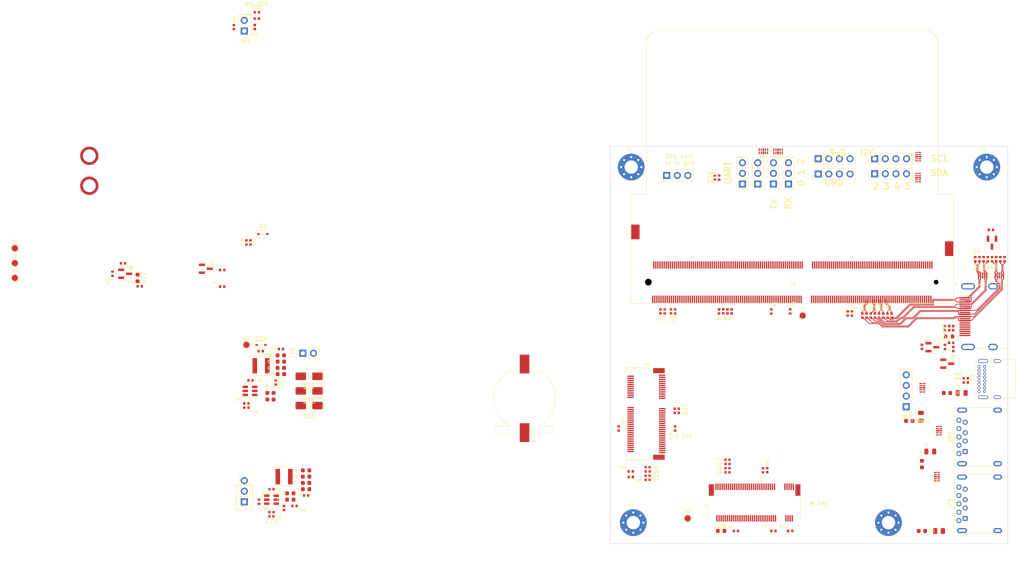
<source format=kicad_pcb>
(kicad_pcb (version 20241229) (generator "pcbnew") (generator_version "9.0")
  (layers (0 "F.Cu" signal) (4 "In1.Cu" signal) (6 "In2.Cu" signal) (2 "B.Cu" signal) (13 "F.Paste" user) (15 "B.Paste" user) (5 "F.SilkS" user "F.Silkscreen") (7 "B.SilkS" user "B.Silkscreen") (1 "F.Mask" user) (3 "B.Mask" user) (25 "Edge.Cuts" user))
  (net 0 "")
  (net 2 "GND")
  (net 7 "/USB2.0&USB3.0/CON_USB3_SSRX_P")
  (net 9 "/USB2.0&USB3.0/CON_USB1_D_N")
  (net 11 "/LattePanda Module/HSIO_3_TX+")
  (net 12 "/LattePanda Module/HSIO_10_TX-")
  (net 13 "/LattePanda Module/REFCLK2-")
  (net 14 "/LattePanda Module/SUSCLK_WIFI")
  (net 16 "/HDMI/DDI_B_TX0-")
  (net 17 "VDC")
  (net 18 "/LattePanda Module/HSIO_1_TX+")
  (net 19 "/LattePanda Module/HSIO_9_RX+")
  (net 20 "/LattePanda Module/HSIO_2_TX-")
  (net 22 "/LattePanda Module/HSIO_2_RX+")
  (net 23 "/~{WAKE}")
  (net 24 "/HDMI/DDI_B_TX2-")
  (net 26 "/GPIO/I2C3_SDA")
  (net 27 "Net-(A1-TCP1_HPD)")
  (net 30 "/LattePanda Module/REFCLK3+")
  (net 38 "/LattePanda Module/HSIO_2_RX-")
  (net 41 "/USB2.0&USB3.0/CON_USB3_SSRX_N")
  (net 42 "/USB2.0&USB3.0/CON_USB2_D_P")
  (net 43 "/LattePanda Module/USB_2_P7+")
  (net 44 "/LattePanda Module/HSIO_8_TX+")
  (net 48 "/HDMI/DDI_B_TX2+")
  (net 49 "/USB2.0&USB3.0/CON_USB4_SSRX_P")
  (net 50 "/USB2.0&USB3.0/CON_USB4_D_N")
  (net 52 "/LattePanda Module/HSIO_9_TX-")
  (net 53 "/GPIO/I2C2_SCL")
  (net 54 "/LattePanda Module/HSIO_3_RX+")
  (net 55 "/GPIO/I2C4_SDA")
  (net 57 "/HDMI/DDI_B_DDC_SDA")
  (net 58 "/USB2.0&USB3.0/CON_USB2_D_N")
  (net 61 "/LattePanda Module/HSIO_10_RX+")
  (net 64 "/LattePanda Module/HSIO_0_TX-")
  (net 65 "/~{PLT_RST}")
  (net 66 "/HDMI/DDI_B_TX1+")
  (net 67 "/HDMI/DDI_B_TX1-")
  (net 70 "/HDMI/DDI_B_TX3+")
  (net 71 "/USB2.0&USB3.0/CON_USB4_D_P")
  (net 74 "/Gigabit Ethernet/GbE_PCIe_TX+")
  (net 76 "/LattePanda Module/HSIO_8_RX+")
  (net 77 "Net-(A1-SIO_UART_RX)")
  (net 81 "/LattePanda Module/~{RST_SW}")
  (net 82 "/Gigabit Ethernet/GbE_PCIe_TX-")
  (net 84 "/LattePanda Module/HSIO_3_TX-")
  (net 86 "/Gigabit Ethernet/GbE_PCIe_CLK+")
  (net 88 "/Fan_Temp/FAN_1_PWM")
  (net 90 "/LattePanda Module/HSIO_8_RX-")
  (net 91 "/GPIO/I2C3_SCL")
  (net 93 "/GPIO/SOC_UART2_TX")
  (net 94 "/LattePanda Module/~{PWR_SW}")
  (net 98 "/GPIO/SOC_UART0_RX")
  (net 102 "/Gigabit Ethernet/GbE_PCIe_RX+")
  (net 103 "/USB2.0&USB3.0/CON_USB1_D_P")
  (net 107 "Net-(A1-~{BIOS_SEL})")
  (net 109 "/LattePanda Module/HSIO_11_TX+")
  (net 111 "/HDMI/DDI_B_TX0+")
  (net 112 "/GPIO/SOC_UART1_TX")
  (net 115 "/LattePanda Module/USB_2_P7-")
  (net 116 "/LattePanda Module/HSIO_9_RX-")
  (net 118 "/LattePanda Module/SLS_S3")
  (net 119 "/GPIO/SOC_UART1_RX")
  (net 121 "Net-(A1-~{CLKREQ4})")
  (net 122 "/GPIO/I2C5_SDA")
  (net 124 "/~{PWR_LED}{slash}~{PSON}")
  (net 125 "/LattePanda Module/REFCLK2+")
  (net 126 "/LattePanda Module/HSIO_10_RX-")
  (net 128 "/LattePanda Module/HSIO_11_RX-")
  (net 129 "/LattePanda Module/HSIO_0_TX+")
  (net 134 "/LattePanda Module/HSIO_3_RX-")
  (net 135 "/LattePanda Module/HSIO_8_TX-")
  (net 136 "/LattePanda Module/REFCLK0-")
  (net 137 "/HDMI/DDI_B_TX3-")
  (net 139 "/USB2.0&USB3.0/CON_USB3_D_N")
  (net 142 "Net-(A1-~{CLKREQ3})")
  (net 144 "/LattePanda Module/HSIO_10_TX+")
  (net 145 "/Gigabit Ethernet/GbE_PCIe_CLK-")
  (net 149 "/LattePanda Module/HSIO_2_TX+")
  (net 151 "/GPIO/SOC_UART2_RX")
  (net 152 "/LattePanda Module/HSIO_11_RX+")
  (net 154 "/LattePanda Module/HSIO_11_TX-")
  (net 155 "/GPIO/I2C4_SCL")
  (net 158 "/LattePanda Module/HSIO_1_TX-")
  (net 160 "/HDMI/DDI_B_HPD")
  (net 162 "Net-(A1-TCP0_HPD)")
  (net 164 "/HDMI/DDI_B_DDC_SCL")
  (net 165 "+BATT")
  (net 166 "/LattePanda Module/REFCLK0+")
  (net 167 "/LattePanda Module/REFCLK3-")
  (net 168 "/USB2.0&USB3.0/CON_USB4_SSRX_N")
  (net 171 "/USB2.0&USB3.0/CON_USB3_D_P")
  (net 174 "Net-(A1-SIO_UART_TX)")
  (net 175 "/GPIO/I2C2_SDA")
  (net 176 "/GPIO/SOC_UART0_TX")
  (net 180 "/GPIO/I2C5_SCL")
  (net 183 "/Gigabit Ethernet/GbE_PCIe_RX-")
  (net 184 "/LattePanda Module/HSIO_9_TX+")
  (net 185 "/Fan_Temp/FAN_1_TAC")
  (net 187 "Net-(BT1-+)")
  (net 188 "/HDMI/TMDS_D2+")
  (net 189 "/HDMI/TMDS_D2-")
  (net 190 "/HDMI/TMDS_D1+")
  (net 191 "/HDMI/TMDS_D1-")
  (net 192 "/HDMI/TMDS_D0+")
  (net 193 "/HDMI/TMDS_D0-")
  (net 194 "/HDMI/TMDS_CK+")
  (net 195 "/HDMI/TMDS_CK-")
  (net 196 "5V_HDMI_VCC")
  (net 197 "/USB2.0&USB3.0/CON_USB3_SSTX_N")
  (net 198 "/USB2.0&USB3.0/CON_USB3_SSTX_P")
  (net 199 "/USB2.0&USB3.0/CON_USB4_SSTX_N")
  (net 200 "/USB2.0&USB3.0/CON_USB4_SSTX_P")
  (net 201 "+5V")
  (net 202 "/M.2 E&M Key/CON_PCIE_TX_1+")
  (net 203 "/M.2 E&M Key/CON_PCIE_TX_1-")
  (net 204 "+3V3")
  (net 205 "/M.2 E&M Key/CON_PCIE_TX_0+")
  (net 206 "/M.2 E&M Key/CON_PCIE_TX_0-")
  (net 207 "Net-(D21-A2)")
  (net 208 "Net-(U15-SW)")
  (net 209 "Net-(U15-BOOST)")
  (net 210 "Net-(U16-SW)")
  (net 211 "Net-(U16-BOOST)")
  (net 212 "Net-(U15-FB)")
  (net 213 "Net-(U16-FB)")
  (net 214 "/HDMI/DDC_SCL")
  (net 215 "/HDMI/HPD")
  (net 216 "/HDMI/DDC_SDA")
  (net 217 "Net-(D9-A)")
  (net 218 "Net-(D9-K)")
  (net 219 "+12V")
  (net 220 "Net-(D22-K)")
  (net 221 "Net-(D22-A)")
  (net 222 "VPullup")
  (net 223 "Net-(J3-+5V)")
  (net 224 "Net-(F2-Pad2)")
  (net 225 "Net-(J79-VBUS)")
  (net 226 "Net-(J80-VBUS)")
  (net 227 "Net-(J82-Pin_1)")
  (net 239 "/M.2 E&M Key/~{CLKREQM}")
  (net 251 "Net-(J15-PEDET)")
  (net 253 "Net-(J15-DEVSLP)")
  (net 256 "Net-(J15-SUSCLK)")
  (net 270 "/M.2 E&M Key/~{CLKREQE}")
  (net 278 "Net-(J16-~{W_DISABLE1})")
  (net 295 "Net-(J16-SUSCLK)")
  (net 303 "Net-(J16-~{W_DISABLE2})")
  (net 308 "Net-(J81-CC2)")
  (net 309 "Net-(J81-CC1)")
  (net 311 "Net-(JP1-C)")
  (net 312 "Net-(Q1-D)")
  (net 313 "Net-(Q4-G)")
  (net 314 "Net-(Q4-D)")
  (net 315 "Net-(Q8-G)")
  (net 316 "/PSU/PWR_EN")
  (net 317 "Net-(U10-NC-Pad6)")
  (net 318 "Net-(U12-NC-Pad6)")
  (footprint "A_HDJ_Library:C_0603_1608Metric" (layer "F.Cu") (at 31.775 133 180)
    (property "Reference" "C83")
    (property "Value" "22uF/10V")
  )
  (footprint "A_HDJ_Library:R_0402_1005Metric" (layer "F.Cu") (at 162.25 94 -90)
    (property "Reference" "R76")
    (property "Value" "100K/1%")
  )
  (footprint "A_HDJ_Library:R_0402_1005Metric" (layer "F.Cu") (at 184.5 101.99 -90)
    (property "Reference" "R6")
    (property "Value" "21.5K/1%")
  )
  (footprint "A_HDJ_Library:PinHeader_1x03_P2.54mm_Vertical" (layer "F.Cu") (at 147.1 63.04 180)
    (property "Reference" "J8" (hide yes))
    (property "Value" "Conn_01x03_Pin" (hide yes))
  )
  (footprint "A_HDJ_Library:C_0402_1005Metric" (layer "F.Cu") (at 113.42 133.75 180)
    (property "Reference" "C57")
    (property "Value" "10uF/10V")
  )
  (footprint "A_HDJ_Library:MountingHole_3.2mm_M3_Pad_Via" (layer "F.Cu") (at 194.5 59)
    (property "Reference" "H2")
    (property "Value" "MountingHole_Pad")
  )
  (footprint "A_HDJ_Library:TestPoint_Pad_D1.5mm" (layer "F.Cu") (at -37.85 81.95)
    (property "Reference" "TP5")
    (property "Value" "TestPoint")
  )
  (footprint "A_HDJ_Library:D_SOD-323" (layer "F.Cu") (at 21.45 75)
    (property "Reference" "D4")
    (property "Value" "1N5819WS")
  )
  (footprint "A_HDJ_Library:TSOT-23-6" (layer "F.Cu") (at 23.5 138.5)
    (property "Reference" "U16")
    (property "Value" "SY8253ADC")
  )
  (footprint "A_HDJ_Library:C_0603_1608Metric" (layer "F.Cu") (at 175.975 119.6875)
    (property "Reference" "C86")
    (property "Value" "22uF/10V")
  )
  (footprint "A_HDJ_Library:C_0402_1005Metric" (layer "F.Cu") (at 113.42 130.75 180)
    (property "Reference" "C60")
    (property "Value" "100nF/50V")
  )
  (footprint "A_HDJ_Library:R_0402_1005Metric" (layer "F.Cu") (at 192.75 81.01 90)
    (property "Reference" "R16")
    (property "Value" "470R/1%")
  )
  (footprint "A_HDJ_Library:C_0402_1005Metric" (layer "F.Cu") (at 116.5 93.5 90)
    (property "Reference" "C27")
    (property "Value" "100nF/50V")
  )
  (footprint "A_HDJ_Library:C_0402_1005Metric" (layer "F.Cu") (at 132.52 128.975)
    (property "Reference" "C53")
    (property "Value" "10uF/10V")
  )
  (footprint "A_HDJ_Library:C_0603_1608Metric" (layer "F.Cu") (at 25.745 108.5 180)
    (property "Reference" "C76")
    (property "Value" "22uF/10V")
  )
  (footprint "A_HDJ_Library:C_0402_1005Metric" (layer "F.Cu") (at 170.75 94.5 -90)
    (property "Reference" "C18")
    (property "Value" "100nF/50V")
  )
  (footprint "A_HDJ_Library:R_0402_1005Metric" (layer "F.Cu") (at 120 121.5 90)
    (property "Reference" "R32")
    (property "Value" "0R/1%")
  )
  (footprint "A_HDJ_Library:C_0402_1005Metric" (layer "F.Cu") (at 113.42 131.75 180)
    (property "Reference" "C59")
    (property "Value" "10uF/10V")
  )
  (footprint "A_HDJ_Library:C_0603_1608Metric" (layer "F.Cu") (at 31.775 131.5 180)
    (property "Reference" "C81")
    (property "Value" "22uF/10V")
  )
  (footprint "A_HDJ_Library:PinHeader_1x04_P2.54mm_Vertical" (layer "F.Cu") (at 167.7 57 90)
    (property "Reference" "J9" (hide yes))
    (property "Value" "Conn_01x04_Pin" (hide yes))
  )
  (footprint "A_HDJ_Library:R_0402_1005Metric" (layer "F.Cu") (at 191.75 81.01 90)
    (property "Reference" "R17")
    (property "Value" "470R/1%")
  )
  (footprint "A_HDJ_Library:Diodes_UDFN-10_1.0x2.5mm_P0.5mm" (layer "F.Cu") (at 183.0875 122)
    (property "Reference" "U5")
    (property "Value" "ULC0524P")
  )
  (footprint "A_HDJ_Library:C_0402_1005Metric" (layer "F.Cu") (at 119 93.48 90)
    (property "Reference" "C29")
    (property "Value" "100nF/50V")
  )
  (footprint "A_HDJ_Library:R_0603_1608Metric" (layer "F.Cu") (at 185.5 99.5)
    (property "Reference" "F1")
    (property "Value" "6V/50mA")
  )
  (footprint "A_HDJ_Library:L_Sunlord_SWPA4020S" (layer "F.Cu") (at 26.5 133)
    (property "Reference" "L2")
    (property "Value" "2.2uH/4.3A")
  )
  (footprint "A_HDJ_Library:C_0402_1005Metric" (layer "F.Cu") (at 18.48 110 180)
    (property "Reference" "C70")
    (property "Value" "100nF/50V")
  )
  (footprint "A_HDJ_Library:Fuse_0805_2012Metric" (layer "F.Cu") (at 188.5 113)
    (property "Reference" "F2")
    (property "Value" "6V/1A")
  )
  (footprint "Connector_PinHeader_2.54mm:PinHeader_1x04_P2.54mm_Vertical" (layer "F.Cu") (at 175.25 116.29 180)
    (property "Reference" "J82")
    (property "Value" "Conn_01x04_Pin")
  )
  (footprint "A_HDJ_Library:D_0402_1005Metric" (layer "F.Cu") (at 132.5 93.5 90)
    (property "Reference" "D8")
    (property "Value" "ESD5V0B03")
  )
  (footprint "A_HDJ_Library:C_0402_1005Metric" (layer "F.Cu") (at 120.38 117.75 180)
    (property "Reference" "C56")
    (property "Value" "220nF/50V")
  )
  (footprint "A_HDJ_Library:MountingHole_3.2mm_M3_Pad_Via" (layer "F.Cu") (at 109.5 59)
    (property "Reference" "H3")
    (property "Value" "MountingHole_Pad")
  )
  (footprint "A_HDJ_Library:R_0805_2012Metric" (layer "F.Cu") (at 183.0875 146)
    (property "Reference" "F4")
    (property "Value" "6V/2A")
  )
  (footprint "A_HDJ_Library:PCIe_M.2_Connectors_P=0.5mm_H=4.2mm_KeyE" (layer "F.Cu") (at 116.9 108.75 -90)
    (property "Reference" "J16")
    (property "Value" "Bus_M.2_Socket_E" (hide yes))
  )
  (footprint "A_HDJ_Library:C_0402_1005Metric" (layer "F.Cu") (at 25.745 102.5)
    (property "Reference" "C78")
    (property "Value" "100nF/50V")
  )
  (footprint "A_HDJ_Library:C_0603_1608Metric" (layer "F.Cu") (at 28 137 180)
    (property "Reference" "C68")
    (property "Value" "22uF/10V")
  )
  (footprint "A_HDJ_Library:Diodes_UDFN-10_1.0x2.5mm_P0.5mm" (layer "F.Cu") (at 178.0875 61.5)
    (property "Reference" "U9")
    (property "Value" "ULC0524P")
  )
  (footprint "A_HDJ_Library:L_Sunlord_SWPA4020S" (layer "F.Cu") (at 21 106.5)
    (property "Reference" "L1")
    (property "Value" "2.2uH/4.3A")
  )
  (footprint "A_HDJ_Library:C_0402_1005Metric" (layer "F.Cu") (at 23.5 136 180)
    (property "Reference" "C71")
    (property "Value" "100nF/50V")
  )
  (footprint "A_HDJ_Library:C_0603_1608Metric" (layer "F.Cu") (at 31.775 134.5 180)
    (property "Reference" "C77")
    (property "Value" "22uF/10V")
  )
  (footprint "A_HDJ_Library:C_0402_1005Metric" (layer "F.Cu") (at 168.75 94.5 -90)
    (property "Reference" "C20")
    (property "Value" "100nF/50V")
  )
  (footprint "A_HDJ_Library:C_0402_1005Metric" (layer "F.Cu") (at 113.42 132.78 180)
    (property "Reference" "C58")
    (property "Value" "100nF/50V")
  )
  (footprint "A_HDJ_Library:Diodes_UDFN-10_1.0x2.5mm_P0.5mm" (layer "F.Cu") (at 179.1125 111.75 180)
    (property "Reference" "U4")
    (property "Value" "ULC0524P")
  )
  (footprint "A_HDJ_Library:R_0402_1005Metric" (layer "F.Cu") (at 20.925 103 180)
    (property "Reference" "R53")
    (property "Value" "2.2K/1%")
  )
  (footprint "A_HDJ_Library:R_0402_1005Metric" (layer "F.Cu") (at 17.49 115.5)
    (property "Reference" "R57")
    (property "Value" "75K/1%")
  )
  (footprint "A_HDJ_Library:D_SMA" (layer "F.Cu") (at 32.5 109 180)
    (property "Reference" "D17")
    (property "Value" "SS54")
  )
  (footprint "Connector_USB:USB_C_Receptacle_GCT_USB4085" (layer "F.Cu") (at 192.64 112.65 90)
    (property "Reference" "J81")
    (property "Value" "USB_C_Receptacle_USB2.0_16P")
  )
  (footprint "A_HDJ_Library:R_0402_1005Metric" (layer "F.Cu") (at 198.75 81.01 90)
    (property "Reference" "R7")
    (property "Value" "470R/1%")
  )
  (footprint "A_HDJ_Library:HDMI_A_Molex_208658-1001_Horizontal" (layer "F.Cu") (at 192.565 94.75)
    (property "Reference" "J3")
    (property "Value" "HDMI_A")
  )
  (footprint "A_HDJ_Library:C_0603_1608Metric" (layer "F.Cu") (at 28 138.5 180)
    (property "Reference" "C65")
    (property "Value" "22uF/10V")
  )
  (footprint "A_HDJ_Library:C_0603_1608Metric" (layer "F.Cu") (at 25.725 104 180)
    (property "Reference" "C80")
    (property "Value" "22uF/10V")
  )
  (footprint "A_HDJ_Library:R_0402_1005Metric" (layer "F.Cu") (at 26.5 140.5 90)
    (property "Reference" "R51")
    (property "Value" "100K/1%")
  )
  (footprint "A_HDJ_Library:C_0603_1608Metric" (layer "F.Cu") (at 24 113.775 90)
    (property "Reference" "C67")
    (property "Value" "22uF/10V")
  )
  (footprint "A_HDJ_Library:R_0402_1005Metric" (layer "F.Cu") (at 189.5 109.5)
    (property "Reference" "R81")
    (property "Value" "5.1K/1%")
  )
  (footprint "A_HDJ_Library:R_0402_1005Metric" (layer "F.Cu") (at 193.75 81 90)
    (property "Reference" "R14")
    (property "Value" "470R/1%")
  )
  (footprint "A_HDJ_Library:PinHeader_1x04_P2.54mm_Vertical" (layer "F.Cu") (at 154.2 60.65 90)
    (property "Reference" "J12" (hide yes))
    (property "Value" "Conn_01x04_Pin" (hide yes))
  )
  (footprint "A_HDJ_Library:C_0402_1005Metric" (layer "F.Cu") (at 120 93.5 90)
    (property "Reference" "C28")
    (property "Value" "100nF/50V")
  )
  (footprint "A_HDJ_Library:C_0402_1005Metric" (layer "F.Cu") (at 165.75 94.5 -90)
    (property "Reference" "C23")
    (property "Value" "100nF/50V")
  )
  (footprint "A_HDJ_Library:R_0402_1005Metric" (layer "F.Cu") (at 18.5 77 -90)
    (property "Reference" "R15")
    (property "Value" "2.2K/1%")
  )
  (footprint "A_HDJ_Library:D_0402_1005Metric" (layer "F.Cu") (at 186.015 97)
    (property "Reference" "D1")
    (property "Value" "ESD5V0B03")
  )
  (footprint "A_HDJ_Library:C_0402_1005Metric" (layer "F.Cu") (at 120.38 116.75 180)
    (property "Reference" "C55")
    (property "Value" "220nF/50V")
  )
  (footprint "A_HDJ_Library:R_0402_1005Metric" (layer "F.Cu") (at 195.5 74)
    (property "Reference" "R19")
    (property "Value" "2.2K/1%")
  )
  (footprint "A_HDJ_Library:C_0402_1005Metric" (layer "F.Cu") (at 31.775 137.5)
    (property "Reference" "C79")
    (property "Value" "100nF/50V")
  )
  (footprint "Module_LattePanda:LattePanda_Module_H8.0mm_Horizontal" (layer "F.Cu") (at 148 86.5 180)
    (property "Reference" "A1")
    (property "Value" "LattePanda_Mu")
  )
  (footprint "A_HDJ_Library:R_0402_1005Metric" (layer "F.Cu") (at 194.75 81.01 90)
    (property "Reference" "R13")
    (property "Value" "470R/1%")
  )
  (footprint "A_HDJ_Library:C_0402_1005Metric" (layer "F.Cu") (at 164.75 94.5 -90)
    (property "Reference" "C24")
    (property "Value" "100nF/50V")
  )
  (footprint "A_HDJ_Library:PinHeader_1x03_P2.54mm_Vertical" (layer "F.Cu") (at 117.975 61 90)
    (property "Reference" "J1" (hide yes))
    (property "Value" "Conn_01x03_Pin")
  )
  (footprint "A_HDJ_Library:MountingHole_3mm_M2_Pad_TopOnly" (layer "F.Cu") (at -20.05 56.3)
    (property "Reference" "H5")
    (property "Value" "MountingHole_Pad")
  )
  (footprint "A_HDJ_Library:C_0402_1005Metric" (layer "F.Cu") (at 14.5 25.52 -90)
    (property "Reference" "C66")
    (property "Value" "1uF/16V")
  )
  (footprint "A_HDJ_Library:Fuse_0805_2012Metric" (layer "F.Cu") (at 181 127)
    (property "Reference" "F5")
    (property "Value" "6V/2A")
  )
  (footprint "Resistor_SMD:R_0402_1005Metric" (layer "F.Cu") (at 130.5 61.51 90)
    (property "Reference" "R78")
    (property "Value" "10K/1%")
  )
  (footprint "A_HDJ_Library:R_0402_1005Metric" (layer "F.Cu") (at 11.71 87.57)
    (property "Reference" "R5")
    (property "Value" "2.2K/1%")
  )
  (footprint "A_HDJ_Library:C_0603_1608Metric" (layer "F.Cu") (at 179 146)
    (property "Reference" "C31")
    (property "Value" "22uF/10V")
  )
  (footprint "A_HDJ_Library:SOT-23" (layer "F.Cu") (at 181.5 102.05)
    (property "Reference" "Q1")
    (property "Value" "2N7002")
  )
  (footprint "A_HDJ_Library:TestPoint_Pad_D1.5mm" (layer "F.Cu") (at 123 142.975)
    (property "Reference" "TP2")
    (property "Value" "TestPoint")
  )
  (footprint "A_HDJ_Library:R_0402_1005Metric" (layer "F.Cu") (at 185.99 101)
    (property "Reference" "R11")
    (property "Value" "1K/1%")
  )
  (footprint "A_HDJ_Library:D_0402_1005Metric" (layer "F.Cu") (at 19.5 25.5 90)
    (property "Reference" "D21")
    (property "Value" "ESD5V0B03")
  )
  (footprint "A_HDJ_Library:LED_0603_1608Metric" (layer "F.Cu") (at -8.5 85.5 -90)
    (property "Reference" "D22")
    (property "Value" "LED_G")
  )
  (footprint "Connector_PinHeader_2.54mm:PinHeader_1x02_P2.54mm_Vertical" (layer "F.Cu") (at 31 103.5 90)
    (property "Reference" "J78")
    (property "Value" "Conn_01x02_Pin")
  )
  (footprint "A_HDJ_Library:R_0402_1005Metric" (layer "F.Cu") (at 147.5 93.5 -90)
    (property "Reference" "R2")
    (property "Value" "10K/1%")
  )
  (footprint "A_HDJ_Library:C_0603_1608Metric" (layer "F.Cu") (at 185 113)
    (property "Reference" "C30")
    (property "Value" "22uF/10V")
  )
  (footprint "A_HDJ_Library:PinHeader_1x04_P2.54mm_Vertical" (layer "F.Cu") (at 167.7 60.6 90)
    (property "Reference" "J7" (hide yes))
    (property "Value" "Conn_01x04_Pin" (hide yes))
  )
  (footprint "A_HDJ_Library:R_0402_1005Metric" (layer "F.Cu") (at 189.5 110.5)
    (property "Reference" "R80")
    (property "Value" "5.1K/1%")
  )
  (footprint "A_HDJ_Library:C_0402_1005Metric" (layer "F.Cu") (at 132.52 130.975)
    (property "Reference" "C51")
    (property "Value" "10uF/10V")
  )
  (footprint "A_HDJ_Library:PinHeader_1x03_P2.54mm_Vertical" (layer "F.Cu") (at 143.5 63.04 180)
    (property "Reference" "J10" (hide yes))
    (property "Value" "Conn_01x03_Pin" (hide yes))
  )
  (footprint "A_HDJ_Library:MountingHole_3mm_M2_Pad_TopOnly" (layer "F.Cu") (at -20.05 63.45)
    (property "Reference" "H6")
    (property "Value" "MountingHole_Pad")
  )
  (footprint "A_HDJ_Library:C_0402_1005Metric" (layer "F.Cu") (at 171.75 94.5 -90)
    (property "Reference" "C17")
    (property "Value" "100nF/50V")
  )
  (footprint "A_HDJ_Library:R_0402_1005Metric" (layer "F.Cu") (at 179 101.99 -90)
    (property "Reference" "R4")
    (property "Value" "1M/1%")
  )
  (footprint "A_HDJ_Library:R_0402_1005Metric" (layer "F.Cu") (at 161.25 94 -90)
    (property "Reference" "R77")
    (property "Value" "100K/1%")
  )
  (footprint "A_HDJ_Library:R_0402_1005Metric" (layer "F.Cu") (at 196.75 81.01 90)
    (property "Reference" "R9")
    (property "Value" "470R/1%")
  )
  (footprint "A_HDJ_Library:D_0402_1005Metric" (layer "F.Cu") (at 130.5 93.5 90)
    (property "Reference" "D6")
    (property "Value" "ESD5V0B03")
  )
  (footprint "A_HDJ_Library:C_0402_1005Metric" (layer "F.Cu") (at 169.75 94.5 -90)
    (property "Reference" "C19")
    (property "Value" "100nF/50V")
  )
  (footprint "A_HDJ_Library:Battery_Holder_CR1220_S8411-45R" (layer "F.Cu") (at 84 114.275)
    (property "Reference" "BT1")
    (property "Value" "Battery_Cell" (hide yes))
  )
  (footprint "A_HDJ_Library:R_0402_1005Metric" (layer "F.Cu") (at -12 82 180)
    (property "Reference" "R47")
    (property "Value" "1K/1%")
  )
  (footprint "Resistor_SMD:R_0402_1005Metric" (layer "F.Cu") (at 129.5 61.5 90)
    (property "Reference" "R79")
    (property "Value" "10K/1%")
  )
  (footprint "A_HDJ_Library:LED_0603_1608Metric" (layer "F.Cu") (at 131 145.975)
    (property "Reference" "D9")
    (property "Value" "LED_G")
  )
  (footprint "A_HDJ_Library:SOT-23" (layer "F.Cu") (at -11.5 84.5)
    (property "Reference" "Q8")
    (property "Value" "2N7002")
  )
  (footprint "A_HDJ_Library:R_0402_1005Metric" (layer "F.Cu") (at 20.5 139 -90)
    (property "Reference" "R60")
    (property "Value" "4.7K/1%")
  )
  (footprint "A_HDJ_Library:R_0402_1005Metric" (layer "F.Cu") (at 109.39 133.08 180)
    (property "Reference" "R35")
    (property "Value" "10K/1%")
  )
  (footprint "A_HDJ_Library:Diodes_UDFN-10_1.0x2.5mm_P0.5mm" (layer "F.Cu") (at 141.1 55.22 90)
    (property "Reference" "U12")
    (property "Value" "ULC0524P")
  )
  (footprint "A_HDJ_Library:TestPoint_Pad_D1.5mm" (layer "F.Cu") (at 150.5 94.5)
    (property "Reference" "TP7")
    (property "Value" "TestPoint")
  )
  (footprint "Capacitor_SMD:C_0402_1005Metric" (layer "F.Cu") (at 23.5 142.5 180)
    (property "Reference" "C73")
    (property "Value" "12pF/50V")
  )
  (footprint "A_HDJ_Library:R_0402_1005Metric" (layer "F.Cu") (at 134.525 146.005)
    (property "Reference" "R30")
    (property "Value" "2.2K/1%")
  )
  (footprint "A_HDJ_Library:C_0402_1005Metric" (layer "F.Cu") (at 184.5 97.5 90)
    (property "Reference" "C25")
    (property "Value" "100nF/50V")
  )
  (footprint "A_HDJ_Library:SOT-23" (layer "F.Cu") (at 185.0625 106)
    (property "Reference" "Q3")
    (property "Value" "2SK3018")
  )
  (footprint "A_HDJ_Library:MountingHole_3.2mm_M3_Pad_Via" (layer "F.Cu") (at 110 144)
    (property "Reference" "H4")
    (property "Value" "MountingHole_Pad")
  )
  (footprint "A_HDJ_Library:PinHeader_1x03_P2.54mm_Vertical" (layer "F.Cu") (at 139.75 63.04 180)
    (property "Reference" "J11" (hide yes))
    (property "Value" "Conn_01x03_Pin" (hide yes))
  )
  (footprint "A_HDJ_Library:R_0402_1005Metric" (layer "F.Cu") (at 195.75 81.01 90)
    (property "Reference" "R10")
    (property "Value" "470R/1%")
  )
  (footprint "A_HDJ_Library:R_0402_1005Metric" (layer "F.Cu") (at 17.5 77 -90)
    (property "Reference" "R18")
    (property "Value" "2.2K/1%")
  )
  (footprint "A_HDJ_Library:R_0402_1005Metric" (layer "F.Cu") (at 197.75 81.01 90)
    (property "Reference" "R8")
    (property "Value" "470R/1%")
  )
  (footprint "A_HDJ_Library:PinHeader_1x03_P2.54mm_Vertical" (layer "F.Cu") (at 17 139.025 180)
    (property "Reference" "JP1" (hide yes))
    (property "Value" "Jumper_3_Bridged12")
  )
  (footprint "A_HDJ_Library:MountingHole_3.2mm_M3_Pad_Via" (layer "F.Cu") (at 171 144)
    (property "Reference" "H1")
    (property "Value" "MountingHole_Pad")
  )
  (footprint "A_HDJ_Library:Diodes_UDFN-10_1.0x2.5mm_P0.5mm" (layer "F.Cu") (at 193.5 84.8875 90)
    (property "Reference" "U1")
    (property "Value" "TPAZ1023-04F")
  )
  (footprint "A_HDJ_Library:Diodes_UDFN-10_1.0x2.5mm_P0.5mm" (layer "F.Cu") (at 178.1125 56.5)
    (property "Reference" "U11")
    (property "Value" "ULC0524P")
  )
  (footprint "Capacitor_SMD:C_0402_1005Metric" (layer "F.Cu") (at 24.5 110.5 -90)
    (property "Reference" "C72")
    (property "Value" "12pF/50V")
  )
  (footprint "A_HDJ_Library:C_0402_1005Metric" (layer "F.Cu") (at 141 131.495 90)
    (property "Reference" "C49")
    (property "Value" "220nF/50V")
  )
  (footprint "A_HDJ_Library:C_0402_1005Metric" (layer "F.Cu") (at 142 131.455 -90)
    (property "Reference" "C50")
    (property "Value" "220nF/50V")
  )
  (footprint "A_HDJ_Library:R_0402_1005Metric" (layer "F.Cu") (at 106.5 121.49 -90)
    (property "Reference" "R33")
    (property "Value" "0R/1%")
  )
  (footprint "A_HDJ_Library:D_0402_1005Metric" (layer "F.Cu") (at 186.015 98)
    (property "Reference" "D3")
    (property "Value" "ESD5V0B03")
  )
  (footprint "A_HDJ_Library:D_0402_1005Metric" (layer "F.Cu") (at 186.5 102.5 90)
    (property "Reference" "D2")
    (property "Value" "ESD5V0B03")
  )
  (footprint "Connector_USB:USB3_A_Molex_48393-001" (layer "F.Cu") (at 189.35 143 90)
    (property "Reference" "J79")
    (property "Value" "USB3_A")
  )
  (footprint "A_HDJ_Library:TSOT-23-6" (layer "F.Cu") (at 18.3625 112.5)
    (property "Reference" "U15")
    (property "Value" "SY8253ADC")
  )
  (footprint "A_HDJ_Library:C_0402_1005Metric" (layer "F.Cu") (at 132.52 129.975)
    (property "Reference" "C54")
    (property "Value" "100nF/50V")
  )
  (footprint "A_HDJ_Library:PinHeader_1x03_P2.54mm_Vertical" (layer "F.Cu") (at 136.1 63.04 180)
    (property "Reference" "J14" (hide yes))
    (property "Value" "Conn_01x03_Pin" (hide yes))
  )
  (footprint "A_HDJ_Library:TestPoint_Pad_D1.5mm" (layer "F.Cu") (at -37.85 78.4)
    (property "Reference" "TP4")
    (property "Value" "TestPoint")
  )
  (footprint "A_HDJ_Library:R_0402_1005Metric" (layer "F.Cu") (at 11.71 83.59)
    (property "Reference" "R3")
    (property "Value" "2.2K/1%")
  )
  (footprint "A_HDJ_Library:C_0402_1005Metric" (layer "F.Cu") (at 117.5 93.5 90)
    (property "Reference" "C26")
    (property "Value" "100nF/50V")
  )
  (footprint "A_HDJ_Library:C_0603_1608Metric" (layer "F.Cu") (at 25.745 105.5 180)
    (property "Reference" "C82")
    (property "Value" "22uF/10V")
  )
  (footprint "A_HDJ_Library:C_0603_1608Metric" (layer "F.Cu") (at 179 130 90)
    (property "Reference" "C32")
    (property "Value" "22uF/10V")
  )
  (footprint "A_HDJ_Library:D_SOD-323" (layer "F.Cu") (at 21 101.5)
    (property "Reference" "D24")
    (property "Value" "3V3 Izt=5mA")
  )
  (footprint "A_HDJ_Library:PinHeader_1x04_P2.54mm_Vertical" (layer "F.Cu") (at 154.2 57 90)
    (property "Reference" "J13" (hide yes))
    (property "Value" "Conn_01x04_Pin" (hide yes))
  )
  (footprint "A_HDJ_Library:C_0603_1608Metric" (layer "F.Cu") (at 31.775 136 180)
    (property "Reference" "C75")
    (property "Value" "22uF/10V")
  )
  (footprint "A_HDJ_Library:R_0402_1005Metric" (layer "F.Cu") (at 143 93.51 -90)
    (property "Reference" "R1")
    (property "Value" "1K/1%")
  )
  (footprint "A_HDJ_Library:R_0402_1005Metric" (layer "F.Cu") (at 109.39 131.75)
    (property "Reference" "R34")
    (property "Value" "10K/1%")
  )
  (footprint "Connector_USB:USB3_A_Molex_48393-001" (layer "F.Cu") (at 189.35 127 90)
    (property "Reference" "J80")
    (property "Value" "USB3_A")
  )
  (footprint "Connector_PinHeader_2.54mm:PinHeader_1x02_P2.54mm_Vertical" (layer "F.Cu") (at 17 26.46 180)
    (property "Reference" "J83")
    (property "Value" "Conn_01x02_Pin")
  )
  (footprint "A_HDJ_Library:R_0402_1005Metric" (layer "F.Cu") (at -14.5 84.5 90)
    (property "Reference" "R49")
    (property "Value" "10K/1%")
  )
  (footprint "Resistor_SMD:R_0402_1005Metric" (layer "F.Cu") (at 20 22)
    (property "Reference" "R50")
    (property "Value" "10K/1%")
  )
  (footprint "A_HDJ_Library:TestPoint_Pad_D1.5mm" (layer "F.Cu") (at -37.85 85.5)
    (property "Reference" "TP6")
    (property "Value" "TestPoint")
  )
  (footprint "A_HDJ_Library:PCIe_M.2_Connectors_P=0.5mm_H=4.2mm_KeyM" (layer "F.Cu") (at 139 139)
    (property "Reference" "J15")
    (property "Value" "Bus_M.2_Socket_M" (hide yes))
  )
  (footprint "A_HDJ_Library:C_0402_1005Metric" (layer "F.Cu") (at 132.52 131.975)
    (property "Reference" "C52")
    (property "Value" "100nF/50V")
  )
  (footprint "A_HDJ_Library:Diodes_UDFN-10_1.0x2.5mm_P0.5mm" (layer "F.Cu") (at 144.6 55.245 90)
    (property "Reference" "U10")
    (property "Value" "ULC0524P")
  )
  (footprint "A_HDJ_Library:R_0402_1005Metric" (layer "F.Cu") (at 143.49 145.975)
    (property "Reference" "R27")
    (property "Value" "0R/1%")
  )
  (footprint "A_HDJ_Library:R_0402_1005Metric" (layer "F.Cu") (at 23.5 141.5)
    (property "Reference" "R59")
    (property "Value" "21.5K/1%")
  )
  (footprint "A_HDJ_Library:Fuse_0805_2012Metric" (layer "F.Cu") (at 178.75 118.6875 90)
    (property "Reference" "F78")
    (property "Value" "6V/1A")
  )
  (footprint "A_HDJ_Library:D_SMA" (layer "F.Cu") (at 32.5 112.5 180)
    (property "Reference" "D16")
    (property "Value" "SS54")
  )
  (footprint "A_HDJ_Library:Diodes_UDFN-10_1.0x2.5mm_P0.5mm" (layer "F.Cu") (at 182.5875 133)
    (property "Reference" "U3")
    (property "Value" "ULC0524P")
  )
  (footprint "A_HDJ_Library:R_0402_1005Metric" (layer "F.Cu") (at 147.51 145.975)
    (property "Reference" "R29")
    (property "Value" "0R/1%")
  )
  (footprint "A_HDJ_Library:C_0402_1005Metric" (layer "F.Cu") (at 167.75 94.5 -90)
    (property "Reference" "C21")
    (property "Value" "100nF/50V")
  )
  (footprint "A_HDJ_Library:R_0402_1005Metric" (layer "F.Cu") (at -8 87.5)
    (property "Reference" "R52")
    (property "Value" "2.2K/1%")
  )
  (footprint "A_HDJ_Library:C_0603_1608Metric" (layer "F.Cu") (at 22.5 113.775 90)
    (property "Reference" "C64")
    (property "Value" "22uF/10V")
  )
  (footprint "A_HDJ_Library:C_0402_1005Metric" (layer "F.Cu") (at 166.75 94.5 -90)
    (property "Reference" "C22")
    (property "Value" "100nF/50V")
  )
  (footprint "A_HDJ_Library:R_0402_1005Metric" (layer "F.Cu") (at 29.01 140 180)
    (property "Reference" "R46")
    (property "Value" "100R/1%")
  )
  (footprint "A_HDJ_Library:Diodes_UDFN-10_1.0x2.5mm_P0.5mm" (layer "F.Cu") (at 197.5 84.8875 90)
    (property "Reference" "U2")
    (property "Value" "TPAZ1023-04F")
  )
  (footprint "A_HDJ_Library:D_SMA" (layer "F.Cu") (at 32.5 116 180)
    (property "Reference" "D15")
    (property "Value" "SS54")
  )
  (footprint "A_HDJ_Library:R_0402_1005Metric" (layer "F.Cu") (at 17.5 116.5 180)
    (property "Reference" "R58")
    (property "Value" "10K/1%")
  )
  (footprint "A_HDJ_Library:D_0402_1005Metric" (layer "F.Cu") (at 131.5 93.47 90)
    (property "Reference" "D5")
    (property "Value" "ESD5V0B03")
  )
  (footprint "A_HDJ_Library:TestPoint_Pad_D1.5mm" (layer "F.Cu") (at 17.5 101.5)
    (property "Reference" "TP13")
    (property "Value" "TestPoint")
  )
  (footprint "A_HDJ_Library:D_0402_1005Metric" (layer "F.Cu") (at 133.5 93.5 90)
    (property "Reference" "D7")
    (property "Value" "ESD5V0B03")
  )
  (footprint "A_HDJ_Library:R_0402_1005Metric" (layer "F.Cu") (at 19.99 23.5)
    (property "Reference" "R48")
    (property "Value" "100R/1%")
  )
  (footprint "A_HDJ_Library:C_0603_1608Metric" (layer "F.Cu") (at 25.725 107 180)
    (property "Reference" "C74")
    (property "Value" "22uF/10V")
  )
  (footprint "A_HDJ_Library:SOT-23" (layer "F.Cu") (at 195.75 77.0725 -90)
    (property "Reference" "Q4")
    (property "Value" "2SK3018")
  )
  (footprint "A_HDJ_Library:SOT-23" (layer "F.Cu") (at 7.81 83.3)
    (property "Reference" "Q2")
    (property "Value" "2SK3018")
  )
  (gr_rect (start 15 135) (end 19 141) (stroke (width 0.15)) (fill no) (layer "F.SilkS"))
  (gr_rect (start 104.5 54) (end 199.5 149) (stroke (width 0.1)) (fill no) (layer "Edge.Cuts"))
  (gr_text "E key" (at 119.9 123.75 0) (layer "F.SilkS") (effects (font (size 1 1)) (justify left bottom)))
  (gr_text "GND" (at 155.5 63.65 0) (layer "F.SilkS") (effects (font (size 1.5 1.5) (thickness 0.3) (bold yes)) (justify left bottom)))
  (gr_text "SDA" (at 180.8 61.25 0) (layer "F.SilkS") (effects (font (size 1.5 1.5) (thickness 0.3) (bold yes)) (justify left bottom)))
  (gr_text "2 3 4 5" (at 167.035 64.45 0) (layer "F.SilkS") (effects (font (size 1.5 1.5) (thickness 0.3) (bold yes)) (justify left bottom)))
  (gr_text "ON BTN" (at 17 20.5 0) (layer "F.SilkS") (effects (font (size 1 1)) (justify left bottom)))
  (gr_text "I2C" (at 164 56.5 0) (layer "F.SilkS") (effects (font (size 1.5 1.5) (thickness 0.3) (bold yes)) (justify left bottom)))
  (gr_text "Dbg uart\ntx rx gnd" (at 117.5 58.5 0) (layer "F.SilkS") (effects (font (size 1 1)) (justify left bottom)))
  (gr_text "UART" (at 133.55 63.32 90) (layer "F.SilkS") (effects (font (size 1.5 1.5) (thickness 0.3) (bold yes)) (justify left bottom)))
  (gr_text "0 1 2" (at 150.95 63.72 90) (layer "F.SilkS") (effects (font (size 1.5 1.5) (thickness 0.3) (bold yes)) (justify left bottom)))
  (gr_text "TX" (at 144.55 69.32 90) (layer "F.SilkS") (effects (font (size 1.5 1.5) (thickness 0.3) (bold yes)) (justify left bottom)))
  (gr_text "3v3" (at 156.5 56.5 0) (layer "F.SilkS") (effects (font (size 1.5 1.5) (thickness 0.3) (bold yes)) (justify left bottom)))
  (gr_text "RX" (at 147.95 69.32 90) (layer "F.SilkS") (effects (font (size 1.5 1.5) (thickness 0.3) (bold yes)) (justify left bottom)))
  (gr_text "SCL" (at 181 57.85 0) (layer "F.SilkS") (effects (font (size 1.5 1.5) (thickness 0.3) (bold yes)) (justify left bottom)))
  (gr_text "M key\n" (at 152 139.975 0) (layer "F.SilkS") (effects (font (size 1 1)) (justify left bottom)))
  (segment (start 171.11327 93.191729) (end 171.11327 92.470515) (width 0.1699) (layer "F.Cu") (net 16))
  (segment (start 170.75 93.554999) (end 171.11327 93.191729) (width 0.1699) (layer "F.Cu") (net 16))
  (segment (start 170.75 94.02) (end 170.75 93.554999) (width 0.1699) (layer "F.Cu") (net 16))
  (segment (start 170.28745 90.76245) (end 170.125 90.6) (width 0.1699) (layer "F.Cu") (net 16))
  (segment (start 171.11327 92.470515) (end 170.28745 91.644695) (width 0.1699) (layer "F.Cu") (net 16))
  (segment (start 170.28745 91.644695) (end 170.28745 90.76245) (width 0.1699) (layer "F.Cu") (net 16))
  (segment (start 167.28745 91.644695) (end 167.28745 90.76245) (width 0.1699) (layer "F.Cu") (net 24))
  (segment (start 167.47752 93.29248) (end 167.47752 91.834765) (width 0.1699) (layer "F.Cu") (net 24))
  (segment (start 167.47752 91.834765) (end 167.28745 91.644695) (width 0.1699) (layer "F.Cu") (net 24))
  (segment (start 167.28745 90.76245) (end 167.125 90.6) (width 0.1699) (layer "F.Cu") (net 24))
  (segment (start 166.75 94.02) (end 167.47752 93.29248) (width 0.1699) (layer "F.Cu") (net 24))
  (segment (start 178.9125 111.25) (end 178.725 111.25) (width 0.1699) (layer "F.Cu") (net 42))
  (segment (start 179.5 111.25) (end 179.3125 111.25) (width 0.1699) (layer "F.Cu") (net 42))
  (segment (start 167.73905 90.830091) (end 167.625 90.716041) (width 0.1699) (layer "F.Cu") (net 48))
  (segment (start 167.75 91.71095) (end 167.73905 91.71095) (width 0.1699) (layer "F.Cu") (net 48))
  (segment (start 167.75 94.02) (end 167.75 91.71095) (width 0.1699) (layer "F.Cu") (net 48))
  (segment (start 167.625 90.716041) (end 167.625 90.6) (width 0.1699) (layer "F.Cu") (net 48))
  (segment (start 167.73905 91.71095) (end 167.73905 90.830091) (width 0.1699) (layer "F.Cu") (net 48))
  (segment (start 178.9125 110.75) (end 178.725 110.75) (width 0.1699) (layer "F.Cu") (net 58))
  (segment (start 179.5 110.75) (end 179.3125 110.75) (width 0.1699) (layer "F.Cu") (net 58))
  (segment (start 169.75 93.554999) (end 169.38575 93.190749) (width 0.1699) (layer "F.Cu") (net 66))
  (segment (start 169.125 90.716041) (end 169.125 90.6) (width 0.1699) (layer "F.Cu") (net 66))
  (segment (start 169.75 94.02) (end 169.75 93.554999) (width 0.1699) (layer "F.Cu") (net 66))
  (segment (start 169.38575 93.190749) (end 169.38575 91.71095) (width 0.1699) (layer "F.Cu") (net 66))
  (segment (start 169.23905 90.830091) (end 169.125 90.716041) (width 0.1699) (layer "F.Cu") (net 66))
  (segment (start 169.38575 91.71095) (end 169.23905 91.71095) (width 0.1699) (layer "F.Cu") (net 66))
  (segment (start 169.23905 91.71095) (end 169.23905 90.830091) (width 0.1699) (layer "F.Cu") (net 66))
  (segment (start 168.78745 91.644695) (end 168.78745 90.76245) (width 0.1699) (layer "F.Cu") (net 67))
  (segment (start 168.75 94.02) (end 168.75 93.554999) (width 0.1699) (layer "F.Cu") (net 67))
  (segment (start 169.11327 93.191729) (end 169.11327 91.970515) (width 0.1699) (layer "F.Cu") (net 67))
  (segment (start 168.75 93.554999) (end 169.11327 93.191729) (width 0.1699) (layer "F.Cu") (net 67))
  (segment (start 169.11327 91.970515) (end 168.78745 91.644695) (width 0.1699) (layer "F.Cu") (net 67))
  (segment (start 168.78745 90.76245) (end 168.625 90.6) (width 0.1699) (layer "F.Cu") (net 67))
  (segment (start 165.38673 92.220515) (end 165.96255 91.644695) (width 0.1699) (layer "F.Cu") (net 70))
  (segment (start 165.38673 93.191729) (end 165.38673 92.220515) (width 0.1699) (layer "F.Cu") (net 70))
  (segment (start 165.75 93.554999) (end 165.38673 93.191729) (width 0.1699) (layer "F.Cu") (net 70))
  (segment (start 165.75 94.02) (end 165.75 93.554999) (width 0.1699) (layer "F.Cu") (net 70))
  (segment (start 165.96255 90.76245) (end 166.125 90.6) (width 0.1699) (layer "F.Cu") (net 70))
  (segment (start 165.96255 91.644695) (end 165.96255 90.76245) (width 0.1699) (layer "F.Cu") (net 70))
  (segment (start 171.75 94.02) (end 171.75 93.554999) (width 0.1699) (layer "F.Cu") (net 111))
  (segment (start 170.625 90.716041) (end 170.625 90.6) (width 0.1699) (layer "F.Cu") (net 111))
  (segment (start 170.73905 91.71095) (end 170.73905 90.830091) (width 0.1699) (layer "F.Cu") (net 111))
  (segment (start 170.73905 90.830091) (end 170.625 90.716041) (width 0.1699) (layer "F.Cu") (net 111))
  (segment (start 171.38575 92.35765) (end 170.73905 91.71095) (width 0.1699) (layer "F.Cu") (net 111))
  (segment (start 171.75 93.554999) (end 171.38575 93.190749) (width 0.1699) (layer "F.Cu") (net 111))
  (segment (start 171.38575 93.190749) (end 171.38575 92.35765) (width 0.1699) (layer "F.Cu") (net 111))
  (segment (start 165.51095 90.830091) (end 165.625 90.716041) (width 0.1699) (layer "F.Cu") (net 137))
  (segment (start 165.11425 93.190749) (end 165.11425 92.10765) (width 0.1699) (layer "F.Cu") (net 137))
  (segment (start 164.75 93.554999) (end 165.11425 93.190749) (width 0.1699) (layer "F.Cu") (net 137))
  (segment (start 164.75 94.02) (end 164.75 93.554999) (width 0.1699) (layer "F.Cu") (net 137))
  (segment (start 165.11425 92.10765) (end 165.51095 91.71095) (width 0.1699) (layer "F.Cu") (net 137))
  (segment (start 165.625 90.716041) (end 165.625 90.6) (width 0.1699) (layer "F.Cu") (net 137))
  (segment (start 165.51095 91.71095) (end 165.51095 90.830091) (width 0.1699) (layer "F.Cu") (net 137))
  (segment (start 171.75 94.98) (end 172.82802 94.98) (width 0.1699) (layer "F.Cu") (net 188))
  (segment (start 187.329999 90.25) (end 189.28 90.25) (width 0.1699) (layer "F.Cu") (net 188))
  (segment (start 189.896041 90.25) (end 189.28 90.25) (width 0.1699) (layer "F.Cu") (net 188))
  (segment (start 192.11425 82.364251) (end 192.11425 83.998209) (width 0.1699) (layer "F.Cu") (net 188))
  (segment (start 192.5 85.743751) (end 192.61425 85.858001) (width 0.1699) (layer "F.Cu") (net 188))
  (segment (start 192.11425 83.998209) (end 192.5 84.383959) (width 0.1699) (layer "F.Cu") (net 188))
  (segment (start 192.5 84.6875) (end 192.61425 84.80175) (width 0.1699) (layer "F.Cu") (net 188))
  (segment (start 186.965749 90.61425) (end 187.329999 90.25) (width 0.1699) (layer "F.Cu") (net 188))
  (segment (start 191.75 81.52) (end 191.75 82.000001) (width 0.1699) (layer "F.Cu") (net 188))
  (segment (start 192.5 85.0875) (end 192.5 85.275) (width 0.1699) (layer "F.Cu") (net 188))
  (segment (start 192.61425 87.531791) (end 189.896041 90.25) (width 0.1699) (layer "F.Cu") (net 188))
  (segment (start 191.75 82.000001) (end 192.11425 82.364251) (width 0.1699) (layer "F.Cu") (net 188))
  (segment (start 172.82802 94.98) (end 176.09707 91.71095) (width 0.1699) (layer "F.Cu") (net 188))
  (segment (start 176.09707 91.71095) (end 181.51095 91.71095) (width 0.1699) (layer "F.Cu") (net 188))
  (segment (start 181.51095 91.71095) (end 181.51095 90.61425) (width 0.1699) (layer "F.Cu") (net 188))
  (segment (start 192.5 84.383959) (end 192.5 84.5) (width 0.1699) (layer "F.Cu") (net 188))
  (segment (start 192.5 85.275) (end 192.5 85.743751) (width 0.1699) (layer "F.Cu") (net 188))
  (segment (start 192.61425 84.80175) (end 192.61425 84.97325) (width 0.1699) (layer "F.Cu") (net 188))
  (segment (start 192.61425 84.97325) (end 192.5 85.0875) (width 0.1699) (layer "F.Cu") (net 188))
  (segment (start 192.61425 85.858001) (end 192.61425 87.531791) (width 0.1699) (layer "F.Cu") (net 188))
  (segment (start 192.5 84.5) (end 192.5 84.6875) (width 0.1699) (layer "F.Cu") (net 188))
  (segment (start 181.51095 90.61425) (end 186.965749 90.61425) (width 0.1699) (layer "F.Cu") (net 188))
  (segment (start 186.967729 90.88773) (end 187.329999 91.25) (width 0.1699) (layer "F.Cu") (net 189))
  (segment (start 190.76755 89.91245) (end 190.76755 90.36405) (width 0.1699) (layer "F.Cu") (net 189))
  (segment (start 189.39405 91.13595) (end 189.28 91.25) (width 0.1699) (layer "F.Cu") (net 189))
  (segment (start 192.38575 82.364251) (end 192.38575 83.88575) (width 0.1699) (layer "F.Cu") (net 189))
  (segment (start 192.81255 83.99995) (end 192.81255 84.31255) (width 0.1699) (layer "F.Cu") (net 189))
  (segment (start 193 85.743751) (end 192.88575 85.858001) (width 0.1699) (layer "F.Cu") (net 189))
  (segment (start 192.81255 84.31255) (end 193 84.5) (width 0.1699) (layer "F.Cu") (net 189))
  (segment (start 171.440444 95.44755) (end 172.059556 95.44755) (width 0.1699) (layer "F.Cu") (net 189))
  (segment (start 193 84.5) (end 193 84.6875) (width 0.1699) (layer "F.Cu") (net 189))
  (segment (start 190.81595 90.36405) (end 190.81595 91.13595) (width 0.1699) (layer "F.Cu") (net 189))
  (segment (start 190.81595 91.13595) (end 189.39405 91.13595) (width 0.1699) (layer "F.Cu") (net 189))
  (segment (start 192.75 82.000001) (end 192.38575 82.364251) (width 0.1699) (layer "F.Cu") (net 189))
  (segment (start 192.88575 84.80175) (end 192.88575 84.97325) (width 0.1699) (layer "F.Cu") (net 189))
  (segment (start 172.94048 95.2515) (end 175.59599 92.59599) (width 0.1699) (layer "F.Cu") (net 189))
  (segment (start 171.0215 95.2515) (end 171.244394 95.2515) (width 0.1699) (layer "F.Cu") (net 189))
  (segment (start 192.49995 83.99995) (end 192.81255 83.99995) (width 0.1699) (layer "F.Cu") (net 189))
  (segment (start 181.78443 91.824229) (end 181.78443 90.88773) (width 0.1699) (layer "F.Cu") (net 189))
  (segment (start 175.59739 92.59739) (end 176.21035 91.98443) (width 0.1699) (layer "F.Cu") (net 189))
  (segment (start 170.75 94.98) (end 171.0215 95.2515) (width 0.1699) (layer "F.Cu") (net 189))
  (segment (start 192.75 81.52) (end 192.75 82.000001) (width 0.1699) (layer "F.Cu") (net 189))
  (segment (start 181.78443 90.88773) (end 186.967729 90.88773) (width 0.1699) (layer "F.Cu") (net 189))
  (segment (start 193 85.275) (end 193 85.743751) (width 0.1699) (layer "F.Cu") (net 189))
  (segment (start 176.21035 91.98443) (end 181.624229 91.98443) (width 0.1699) (layer "F.Cu") (net 189))
  (segment (start 172.059556 95.44755) (end 172.255606 95.2515) (width 0.1699) (layer "F.Cu") (net 189))
  (segment (start 192.88575 85.858001) (end 192.88575 87.64425) (width 0.1699) (layer "F.Cu") (net 189))
  (segment (start 190.61755 89.91245) (end 190.76755 89.91245) (width 0.1699) (layer "F.Cu") (net 189))
  (segment (start 192.88575 87.64425) (end 190.61755 89.91245) (width 0.1699) (layer "F.Cu") (net 189))
  (segment (start 193 84.6875) (end 192.88575 84.80175) (width 0.1699) (layer "F.Cu") (net 189))
  (segment (start 171.244394 95.2515) (end 171.440444 95.44755) (width 0.1699) (layer "F.Cu") (net 189))
  (segment (start 192.88575 84.97325) (end 193 85.0875) (width 0.1699) (layer "F.Cu") (net 189))
  (segment (start 181.624229 91.98443) (end 181.78443 91.824229) (width 0.1699) (layer "F.Cu") (net 189))
  (segment (start 193 85.0875) (end 193 85.275) (width 0.1699) (layer "F.Cu") (net 189))
  (segment (start 187.329999 91.25) (end 189.28 91.25) (width 0.1699) (layer "F.Cu") (net 189))
  (segment (start 172.255606 95.2515) (end 172.94048 95.2515) (width 0.1699) (layer "F.Cu") (net 189))
  (segment (start 192.38575 83.88575) (end 192.49995 83.99995) (width 0.1699) (layer "F.Cu") (net 189))
  (segment (start 190.76755 90.36405) (end 190.81595 90.36405) (width 0.1699) (layer "F.Cu") (net 189))
  (segment (start 190.7019 91.75) (end 189.28 91.75) (width 0.1699) (layer "F.Cu") (net 190))
  (segment (start 169.75 94.98) (end 169.904444 94.98) (width 0.1699) (layer "F.Cu") (net 190))
  (segment (start 194 85.743751) (end 194.11425 85.858001) (width 0.1699) (layer "F.Cu") (net 190))
  (segment (start 194.11425 84.80175) (end 194 84.6875) (width 0.1699) (layer "F.Cu") (net 190))
  (segment (start 194 84.6875) (end 194 84.5) (width 0.1699) (layer "F.Cu") (net 190))
  (segment (start 193.93595 84.319909) (end 194 84.383959) (width 0.1699) (layer "F.Cu") (net 190))
  (segment (start 173.665802 94.98) (end 174.32802 94.98) (width 0.1699) (layer "F.Cu") (net 190))
  (segment (start 186.774669 92.30533) (end 187.329999 91.75) (width 0.1699) (layer "F.Cu") (net 190))
  (segment (start 194 85.275) (end 194 85.0875) (width 0.1699) (layer "F.Cu") (net 190))
  (segment (start 194 85.0875) (end 194.11425 84.97325) (width 0.1699) (layer "F.Cu") (net 190))
  (segment (start 194.11425 84.97325) (end 194.11425 84.80175) (width 0.1699) (layer "F.Cu") (net 190))
  (segment (start 170.692894 95.76845) (end 172.877352 95.76845) (width 0.1699) (layer "F.Cu") (net 190))
  (segment (start 169.904444 94.98) (end 170.692894 95.76845) (width 0.1699) (layer "F.Cu") (net 190))
  (segment (start 193.93595 83.95155) (end 193.93595 84.319909) (width 0.1699) (layer "F.Cu") (net 190))
  (segment (start 194 85.275) (end 194 85.743751) (width 0.1699) (layer "F.Cu") (net 190))
  (segment (start 187.329999 91.75) (end 189.28 91.75) (width 0.1699) (layer "F.Cu") (net 190))
  (segment (start 193.75 81.51) (end 193.75 83.7656) (width 0.1699) (layer "F.Cu") (net 190))
  (segment (start 194.11425 88.33765) (end 190.7019 91.75) (width 0.1699) (layer "F.Cu") (net 190))
  (segment (start 194.11425 85.858001) (end 194.11425 88.33765) (width 0.1699) (layer "F.Cu") (net 190))
  (segment (start 177.00269 92.30533) (end 186.774669 92.30533) (width 0.1699) (layer "F.Cu") (net 190))
  (segment (start 172.877352 95.76845) (end 173.665802 94.98) (width 0.1699) (layer "F.Cu") (net 190))
  (segment (start 194 84.383959) (end 194 84.5) (width 0.1699) (layer "F.Cu") (net 190))
  (segment (start 193.75 83.7656) (end 193.93595 83.95155) (width 0.1699) (layer "F.Cu") (net 190))
  (segment (start 174.32802 94.98) (end 177.00269 92.30533) (width 0.1699) (layer "F.Cu") (net 190))
  (segment (start 194.38575 84.80175) (end 194.5 84.6875) (width 0.1699) (layer "F.Cu") (net 191))
  (segment (start 194.31255 83.942805) (end 194.31255 84.31255) (width 0.1699) (layer "F.Cu") (net 191))
  (segment (start 187.157809 92.57781) (end 187.329999 92.75) (width 0.1699) (layer "F.Cu") (net 191))
  (segment (start 194.02248 82.24752) (end 194.02248 83.652735) (width 0.1699) (layer "F.Cu") (net 191))
  (segment (start 170.034824 96.04193) (end 172.990632 96.04193) (width 0.1699) (layer "F.Cu") (net 191))
  (segment (start 172.990632 96.04193) (end 173.779082 95.25348) (width 0.1699) (layer "F.Cu") (net 191))
  (segment (start 194.5 85.275) (end 194.5 85.743751) (width 0.1699) (layer "F.Cu") (net 191))
  (segment (start 169.244394 95.2515) (end 170.034824 96.04193) (width 0.1699) (layer "F.Cu") (net 191))
  (segment (start 194.5 85.275) (end 194.5 85.0875) (width 0.1699) (layer "F.Cu") (net 191))
  (segment (start 194.5 85.0875) (end 194.38575 84.97325) (width 0.1699) (layer "F.Cu") (net 191))
  (segment (start 194.5 85.743751) (end 194.38673 85.857021) (width 0.1699) (layer "F.Cu") (net 191))
  (segment (start 177.11697 92.57781) (end 187.157809 92.57781) (width 0.1699) (layer "F.Cu") (net 191))
  (segment (start 194.38575 84.97325) (end 194.38575 84.80175) (width 0.1699) (layer "F.Cu") (net 191))
  (segment (start 173.779082 95.25348) (end 174.4413 95.25348) (width 0.1699) (layer "F.Cu") (net 191))
  (segment (start 194.31255 84.31255) (end 194.5 84.5) (width 0.1699) (layer "F.Cu") (net 191))
  (segment (start 190.81595 92.63595) (end 189.39405 92.63595) (width 0.1699) (layer "F.Cu") (net 191))
  (segment (start 194.38673 85.857021) (end 194.38673 88.450515) (width 0.1699) (layer "F.Cu") (net 191))
  (segment (start 174.4413 95.25348) (end 177.11697 92.57781) (width 0.1699) (layer "F.Cu") (net 191))
  (segment (start 194.38673 88.450515) (end 190.81595 92.021295) (width 0.1699) (layer "F.Cu") (net 191))
  (segment (start 187.329999 92.75) (end 189.28 92.75) (width 0.1699) (layer "F.Cu") (net 191))
  (segment (start 169.0215 95.2515) (end 169.244394 95.2515) (width 0.1699) (layer "F.Cu") (net 191))
  (segment (start 168.75 94.98) (end 169.0215 95.2515) (width 0.1699) (layer "F.Cu") (net 191))
  (segment (start 190.81595 92.021295) (end 190.81595 92.63595) (width 0.1699) (layer "F.Cu") (net 191))
  (segment (start 194.75 81.52) (end 194.02248 82.24752) (width 0.1699) (layer "F.Cu") (net 191))
  (segment (start 194.02248 83.652735) (end 194.31255 83.942805) (width 0.1699) (layer "F.Cu") (net 191))
  (segment (start 189.39405 92.63595) (end 189.28 92.75) (width 0.1699) (layer "F.Cu") (net 191))
  (segment (start 194.5 84.6875) (end 194.5 84.5) (width 0.1699) (layer "F.Cu") (net 191))
  (segment (start 168.888579 95.5724) (end 169.111472 95.5724) (width 0.1699) (layer "F.Cu") (net 192))
  (segment (start 168.812129 95.49595) (end 168.888579 95.5724) (width 0.1699) (layer "F.Cu") (net 192))
  (segment (start 196.61425 86.319906) (end 197.38595 87.091606) (width 0.1699) (layer "F.Cu") (net 192))
  (segment (start 175.168602 94.98) (end 176.82802 94.98) (width 0.1699) (layer "F.Cu") (net 192))
  (segment (start 196.5 84.031249) (end 196.61425 83.916999) (width 0.1699) (layer "F.Cu") (net 192))
  (segment (start 196.61425 85.858001) (end 196.61425 86.319906) (width 0.1699) (layer "F.Cu") (net 192))
  (segment (start 196.5 85.275) (end 196.5 85.743751) (width 0.1699) (layer "F.Cu") (net 192))
  (segment (start 197.38595 87.091606) (end 197.38595 87.908394) (width 0.1699) (layer "F.Cu") (net 192))
  (segment (start 173.785772 96.36283) (end 175.168602 94.98) (width 0.1699) (layer "F.Cu") (net 192))
  (segment (start 196.61425 84.97325) (end 196.5 85.0875) (width 0.1699) (layer "F.Cu") (net 192))
  (segment (start 196.5 85.743751) (end 196.61425 85.858001) (width 0.1699) (layer "F.Cu") (net 192))
  (segment (start 167.904444 94.98) (end 168.420394 95.49595) (width 0.1699) (layer "F.Cu") (net 192))
  (segment (start 196.61425 83.916999) (end 196.61425 82.38425) (width 0.1699) (layer "F.Cu") (net 192))
  (segment (start 167.75 94.98) (end 167.904444 94.98) (width 0.1699) (layer "F.Cu") (net 192))
  (segment (start 197.38595 87.908394) (end 192.044344 93.25) (width 0.1699) (layer "F.Cu") (net 192))
  (segment (start 196.61425 84.80175) (end 196.61425 84.97325) (width 0.1699) (layer "F.Cu") (net 192))
  (segment (start 178.55802 93.25) (end 189.28 93.25) (width 0.1699) (layer "F.Cu") (net 192))
  (segment (start 196.61425 82.38425) (end 195.75 81.52) (width 0.1699) (layer "F.Cu") (net 192))
  (segment (start 168.420394 95.49595) (end 168.812129 95.49595) (width 0.1699) (layer "F.Cu") (net 192))
  (segment (start 176.82802 94.98) (end 178.55802 93.25) (width 0.1699) (layer "F.Cu") (net 192))
  (segment (start 196.5 84.6875) (end 196.61425 84.80175) (width 0.1699) (layer "F.Cu") (net 192))
  (segment (start 196.5 85.0875) (end 196.5 85.275) (width 0.1699) (layer "F.Cu") (net 192))
  (segment (start 169.111472 95.5724) (end 169.901903 96.36283) (width 0.1699) (layer "F.Cu") (net 192))
  (segment (start 196.5 84.5) (end 196.5 84.6875) (width 0.1699) (layer "F.Cu") (net 192))
  (segment (start 192.044344 93.25) (end 189.28 93.25) (width 0.1699) (layer "F.Cu") (net 192))
  (segment (start 196.5 84.5) (end 196.5 84.031249) (width 0.1699) (layer "F.Cu") (net 192))
  (segment (start 169.901903 96.36283) (end 173.785772 96.36283) (width 0.1699) (layer "F.Cu") (net 192))
  (segment (start 176.9413 95.25348) (end 178.67328 93.5215) (width 0.1699) (layer "F.Cu") (net 193))
  (segment (start 196.88673 86.207042) (end 197.65843 86.978742) (width 0.1699) (layer "F.Cu") (net 193))
  (segment (start 197 85.0875) (end 197 85.275) (width 0.1699) (layer "F.Cu") (net 193))
  (segment (start 175.281882 95.25348) (end 176.9413 95.25348) (width 0.1699) (layer "F.Cu") (net 193))
  (segment (start 189.16595 94.13595) (end 189.28 94.25) (width 0.1699) (layer "F.Cu") (net 193))
  (segment (start 167.244394 95.2515) (end 167.838774 95.84588) (width 0.1699) (layer "F.Cu") (net 193))
  (segment (start 196.88575 84.80175) (end 196.88575 84.97325) (width 0.1699) (layer "F.Cu") (net 193))
  (segment (start 191.543738 94.13595) (end 189.39405 94.13595) (width 0.1699) (layer "F.Cu") (net 193))
  (segment (start 196.88575 83.916999) (end 196.88575 82.271791) (width 0.1699) (layer "F.Cu") (net 193))
  (segment (start 189.39405 94.13595) (end 189.28 94.25) (width 0.1699) (layer "F.Cu") (net 193))
  (segment (start 197.65843 88.021258) (end 191.543738 94.13595) (width 0.1699) (layer "F.Cu") (net 193))
  (segment (start 168.998193 95.84588) (end 169.788624 96.63631) (width 0.1699) (layer "F.Cu") (net 193))
  (segment (start 167.838774 95.84588) (end 168.998193 95.84588) (width 0.1699) (layer "F.Cu") (net 193))
  (segment (start 178.67328 93.5215) (end 187.74405 93.5215) (width 0.1699) (layer "F.Cu") (net 193))
  (segment (start 197 84.5) (end 197 84.6875) (width 0.1699) (layer "F.Cu") (net 193))
  (segment (start 167.0215 95.2515) (end 167.244394 95.2515) (width 0.1699) (layer "F.Cu") (net 193))
  (segment (start 187.74405 94.13595) (end 189.16595 94.13595) (width 0.1699) (layer "F.Cu") (net 193))
  (segment (start 169.788624 96.63631) (end 173.899052 96.63631) (width 0.1699) (layer "F.Cu") (net 193))
  (segment (start 196.88673 85.857021) (end 196.88673 86.207042) (width 0.1699) (layer "F.Cu") (net 193))
  (segment (start 197 84.5) (end 197 84.031249) (width 0.1699) (layer "F.Cu") (net 193))
  (segment (start 166.75 94.98) (end 167.0215 95.2515) (width 0.1699) (layer "F.Cu") (net 193))
  (segment (start 196.75 82.136041) (end 196.75 81.52) (width 0.1699) (layer "F.Cu") (net 193))
  (segment (start 197.65843 86.978742) (end 197.65843 88.021258) (width 0.1699) (layer "F.Cu") (net 193))
  (segment (start 173.899052 96.63631) (end 175.281882 95.25348) (width 0.1699) (layer "F.Cu") (net 193))
  (segment (start 197 84.6875) (end 196.88575 84.80175) (width 0.1699) (layer "F.Cu") (net 193))
  (segment (start 197 84.031249) (end 196.88575 83.916999) (width 0.1699) (layer "F.Cu") (net 193))
  (segment (start 197 85.275) (end 197 85.743751) (width 0.1699) (layer "F.Cu") (net 193))
  (segment (start 197 85.743751) (end 196.88673 85.857021) (width 0.1699) (layer "F.Cu") (net 193))
  (segment (start 196.88575 84.97325) (end 197 85.0875) (width 0.1699) (layer "F.Cu") (net 193))
  (segment (start 187.74405 93.5215) (end 187.74405 94.13595) (width 0.1699) (layer "F.Cu") (net 193))
  (segment (start 196.88575 82.271791) (end 196.75 82.136041) (width 0.1699) (layer "F.Cu") (net 193))
  (segment (start 198.11425 84.97325) (end 198.11425 84.80175) (width 0.1699) (layer "F.Cu") (net 194))
  (segment (start 197.75 82.000001) (end 198.11425 82.364251) (width 0.1699) (layer "F.Cu") (net 194))
  (segment (start 168.865272 96.16678) (end 169.655703 96.95721) (width 0.1699) (layer "F.Cu") (net 194))
  (segment (start 186.80802 94.75) (end 189.28 94.75) (width 0.1699) (layer "F.Cu") (net 194))
  (segment (start 186.57802 94.98) (end 186.80802 94.75) (width 0.1699) (layer "F.Cu") (net 194))
  (segment (start 198.11425 82.364251) (end 198.11425 83.916999) (width 0.1699) (layer "F.Cu") (net 194))
  (segment (start 165.75 94.98) (end 165.904444 94.98) (width 0.1699) (layer "F.Cu") (net 194))
  (segment (start 198.11425 84.80175) (end 198 84.6875) (width 0.1699) (layer "F.Cu") (net 194))
  (segment (start 165.904444 94.98) (end 167.091224 96.16678) (width 0.1699) (layer "F.Cu") (net 194))
  (segment (start 198 85.0875) (end 198.11425 84.97325) (width 0.1699) (layer "F.Cu") (net 194))
  (segment (start 198 85.743751) (end 197.97933 85.764421) (width 0.1699) (layer "F.Cu") (net 194))
  (segment (start 175.691392 96.95721) (end 177.668602 94.98) (width 0.1699) (layer "F.Cu") (net 194))
  (segment (start 198 84.6875) (end 198 84.5) (width 0.1699) (layer "F.Cu") (net 194))
  (segment (start 197.97933 85.764421) (end 197.97933 88.154179) (width 0.1699) (layer "F.Cu") (net 194))
  (segment (start 198.11425 83.916999) (end 198 84.031249) (width 0.1699) (layer "F.Cu") (net 194))
  (segment (start 197.75 81.52) (end 197.75 82.000001) (width 0.1699) (layer "F.Cu") (net 194))
  (segment (start 198 85.275) (end 198 85.0875) (width 0.1699) (layer "F.Cu") (net 194))
  (segment (start 167.091224 96.16678) (end 168.865272 96.16678) (width 0.1699) (layer "F.Cu") (net 194))
  (segment (start 177.668602 94.98) (end 186.57802 94.98) (width 0.1699) (layer "F.Cu") (net 194))
  (segment (start 169.655703 96.95721) (end 175.691392 96.95721) (width 0.1699) (layer "F.Cu") (net 194))
  (segment (start 191.383509 94.75) (end 189.28 94.75) (width 0.1699) (layer "F.Cu") (net 194))
  (segment (start 198 85.275) (end 198 85.743751) (width 0.1699) (layer "F.Cu") (net 194))
  (segment (start 197.97933 88.154179) (end 191.383509 94.75) (width 0.1699) (layer "F.Cu") (net 194))
  (segment (start 198 84.031249) (end 198 84.5) (width 0.1699) (layer "F.Cu") (net 194))
  (segment (start 198.5 85.0875) (end 198.38575 84.97325) (width 0.1699) (layer "F.Cu") (net 195))
  (segment (start 198.75 82.000001) (end 198.38575 82.364251) (width 0.1699) (layer "F.Cu") (net 195))
  (segment (start 198.25181 88.267043) (end 190.882903 95.63595) (width 0.1699) (layer "F.Cu") (net 195))
  (segment (start 198.38575 84.80175) (end 198.5 84.6875) (width 0.1699) (layer "F.Cu") (net 195))
  (segment (start 198.5 85.275) (end 198.5 85.0875) (width 0.1699) (layer "F.Cu") (net 195))
  (segment (start 198.5 85.275) (end 198.5 85.743751) (width 0.1699) (layer "F.Cu") (net 195))
  (segment (start 198.75 81.52) (end 198.75 82.000001) (width 0.1699) (layer "F.Cu") (net 195))
  (segment (start 189.16595 95.63595) (end 189.28 95.75) (width 0.1699) (layer "F.Cu") (net 195))
  (segment (start 198.38575 84.97325) (end 198.38575 84.80175) (width 0.1699) (layer "F.Cu") (net 195))
  (segment (start 168.751993 96.44026) (end 169.542424 97.23069) (width 0.1699) (layer "F.Cu") (net 195))
  (segment (start 165.0215 95.2515) (end 165.244394 95.2515) (width 0.1699) (layer "F.Cu") (net 195))
  (segment (start 198.38575 82.364251) (end 198.38575 83.916999) (width 0.1699) (layer "F.Cu") (net 195))
  (segment (start 198.5 85.743751) (end 198.25181 85.991941) (width 0.1699) (layer "F.Cu") (net 195))
  (segment (start 166.433154 96.44026) (end 168.751993 96.44026) (width 0.1699) (layer "F.Cu") (net 195))
  (segment (start 198.38575 83.916999) (end 198.5 84.031249) (width 0.1699) (layer "F.Cu") (net 195))
  (segment (start 186.6913 95.25348) (end 186.923279 95.0215) (width 0.1699) (layer "F.Cu") (net 195))
  (segment (start 175.804672 97.23069) (end 177.781882 95.25348) (width 0.1699) (layer "F.Cu") (net 195))
  (segment (start 169.542424 97.23069) (end 175.804672 97.23069) (width 0.1699) (layer "F.Cu") (net 195))
  (segment (start 186.923279 95.0215) (end 187.74405 95.0215) (width 0.1699) (layer "F.Cu") (net 195))
  (segment (start 164.75 94.98) (end 165.0215 95.2515) (width 0.1699) (layer "F.Cu") (net 195))
  (segment (start 198.5 84.031249) (end 198.5 84.5) (width 0.1699) (layer "F.Cu") (net 195))
  (segment (start 189.39405 95.63595) (end 189.28 95.75) (width 0.1699) (layer "F.Cu") (net 195))
  (segment (start 177.781882 95.25348) (end 186.6913 95.25348) (width 0.1699) (layer "F.Cu") (net 195))
  (segment (start 165.244394 95.2515) (end 166.433154 96.44026) (width 0.1699) (layer "F.Cu") (net 195))
  (segment (start 198.5 84.6875) (end 198.5 84.5) (width 0.1699) (layer "F.Cu") (net 195))
  (segment (start 190.882903 95.63595) (end 189.39405 95.63595) (width 0.1699) (layer "F.Cu") (net 195))
  (segment (start 187.74405 95.0215) (end 187.74405 95.63595) (width 0.1699) (layer "F.Cu") (net 195))
  (segment (start 187.74405 95.63595) (end 189.16595 95.63595) (width 0.1699) (layer "F.Cu") (net 195))
  (segment (start 198.25181 85.991941) (end 198.25181 88.267043) (width 0.1699) (layer "F.Cu") (net 195))
)
</source>
